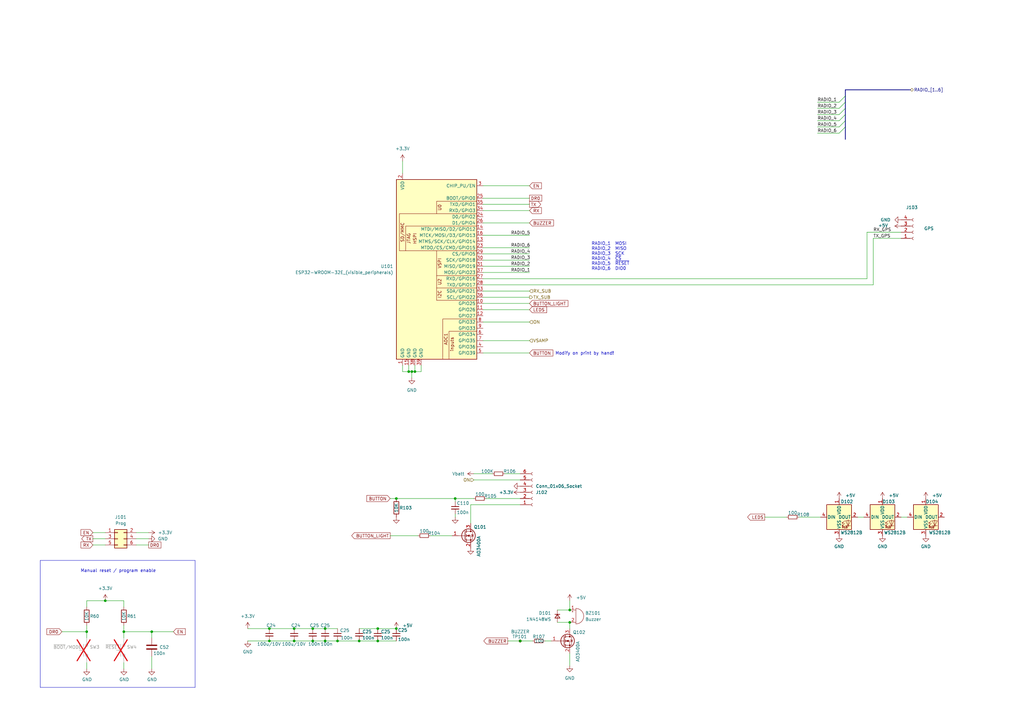
<source format=kicad_sch>
(kicad_sch (version 20250114) (generator "eeschema") (generator_version "9.0")
  (paper "A3")
  (lib_symbols
    (symbol "+28V_1" (power) (pin_numbers (hide yes)) (pin_names (offset 0) (hide yes))
      (property "Value" "+28V" (at 0 3.556 0))
      (symbol "+28V_1_0_1"
        (polyline (pts (xy -0.762 1.27) (xy 0 2.54)))
        (polyline (pts (xy 0 2.54) (xy 0.762 1.27)))
        (polyline (pts (xy 0 0) (xy 0 2.54)))
      )
      (symbol "+28V_1_1_1"
        (pin power_in line (at 0 0 90) (length 0) (name "~") (number "1"))
      )
    )
    (symbol "+3.3V_1" (power) (pin_numbers (hide yes)) (pin_names (offset 0) (hide yes))
      (property "Value" "+3.3V" (at 0 3.556 0))
      (symbol "+3.3V_1_0_1"
        (polyline (pts (xy -0.762 1.27) (xy 0 2.54)))
        (polyline (pts (xy 0 2.54) (xy 0.762 1.27)))
        (polyline (pts (xy 0 0) (xy 0 2.54)))
      )
      (symbol "+3.3V_1_1_1"
        (pin power_in line (at 0 0 90) (length 0) (name "~") (number "1"))
      )
    )
    (symbol "Airsupplies:ESP32-WROOM-32E_(visible_peripherals)"
      (property "Reference" "U" (at -12.7 40.64 0))
      (property "Value" "ESP32-WROOM-32E_(visible_peripherals)" (at -12.7 38.1 0))
      (symbol "ESP32-WROOM-32E_(visible_peripherals)_0_0"
        (text "SD/MMC" (at -13.97 15.24 900) (effects (font (size 1.27 1.27))))
        (text "inputs" (at 6.35 -33.655 900) (effects (font (size 1.27 1.27)) (justify left)))
        (pin no_connect line (at -19.05 3.81 0) (length 2.54) (hide yes) (name "NC") (number "17"))
        (pin no_connect line (at -19.05 1.27 0) (length 2.54) (hide yes) (name "NC") (number "18"))
        (pin no_connect line (at -19.05 -1.27 0) (length 2.54) (hide yes) (name "NC") (number "19"))
        (pin no_connect line (at -19.05 -3.81 0) (length 2.54) (hide yes) (name "NC") (number "20"))
        (pin no_connect line (at -19.05 -6.35 0) (length 2.54) (hide yes) (name "NC") (number "21"))
        (pin no_connect line (at -19.05 -8.89 0) (length 2.54) (hide yes) (name "NC") (number "22"))
        (pin power_in line (at -13.97 39.37 270) (length 2.54) (name "VDD") (number "2"))
        (pin power_in line (at -13.97 -39.37 90) (length 2.54) (name "GND") (number "1"))
        (pin input line (at 19.05 34.29 180) (length 2.54) (name "CHIP_PU/EN") (number "3"))
        (pin bidirectional line (at 19.05 29.21 180) (length 2.54) (name "BOOT/GPIO0") (number "25"))
        (pin bidirectional line (at 19.05 26.67 180) (length 2.54) (name "TXD/GPIO1") (number "35"))
        (pin bidirectional line (at 19.05 24.13 180) (length 2.54) (name "RXD/GPIO3") (number "34"))
        (pin bidirectional line (at 19.05 21.59 180) (length 2.54) (name "D0/GPIO2") (number "24"))
        (pin bidirectional line (at 19.05 19.05 180) (length 2.54) (name "D1/GPIO4") (number "26"))
        (pin bidirectional line (at 19.05 16.51 180) (length 2.54) (name "MTDI/MISO/D2/GPIO12") (number "14"))
        (pin bidirectional line (at 19.05 13.97 180) (length 2.54) (name "MTCK/MOSI/D3/GPIO13") (number "16"))
        (pin bidirectional line (at 19.05 11.43 180) (length 2.54) (name "MTMS/SCK/CLK/GPIO14") (number "13"))
        (pin bidirectional line (at 19.05 8.89 180) (length 2.54) (name "MTDO/CS/CMD/GPIO15") (number "23"))
        (pin bidirectional line (at 19.05 6.35 180) (length 2.54) (name "CS/GPIO5") (number "29"))
        (pin bidirectional line (at 19.05 3.81 180) (length 2.54) (name "SCK/GPIO18") (number "30"))
        (pin bidirectional line (at 19.05 1.27 180) (length 2.54) (name "MISO/GPIO19") (number "31"))
        (pin bidirectional line (at 19.05 -1.27 180) (length 2.54) (name "MOSI/GPIO23") (number "37"))
        (pin bidirectional line (at 19.05 -3.81 180) (length 2.54) (name "RXD/GPIO16") (number "27"))
        (pin bidirectional line (at 19.05 -6.35 180) (length 2.54) (name "TXD/GPIO17") (number "28"))
        (pin bidirectional line (at 19.05 -8.89 180) (length 2.54) (name "SDA/GPIO21") (number "33"))
        (pin bidirectional line (at 19.05 -11.43 180) (length 2.54) (name "SCL/GPIO22") (number "36"))
        (pin bidirectional line (at 19.05 -13.97 180) (length 2.54) (name "GPIO25") (number "10"))
        (pin bidirectional line (at 19.05 -16.51 180) (length 2.54) (name "GPIO26") (number "11"))
        (pin bidirectional line (at 19.05 -19.05 180) (length 2.54) (name "GPIO27") (number "12"))
        (pin bidirectional line (at 19.05 -21.59 180) (length 2.54) (name "GPIO32") (number "8"))
        (pin bidirectional line (at 19.05 -24.13 180) (length 2.54) (name "GPIO33") (number "9"))
        (pin input line (at 19.05 -26.67 180) (length 2.54) (name "GPIO34") (number "6"))
        (pin input line (at 19.05 -29.21 180) (length 2.54) (name "GPIO35") (number "7"))
        (pin input line (at 19.05 -31.75 180) (length 2.54) (name "GPIO36") (number "4"))
        (pin input line (at 19.05 -34.29 180) (length 2.54) (name "GPIO39") (number "5"))
      )
      (symbol "ESP32-WROOM-32E_(visible_peripherals)_0_1"
        (rectangle (start -16.51 36.83) (end 16.51 -36.83) (stroke (width 0.254)) (fill (type background)))
        (polyline (pts (xy 16.51 27.94) (xy 0 27.94) (xy 0 22.86)))
        (polyline (pts (xy 16.51 22.86) (xy -15.24 22.86) (xy -15.24 7.62) (xy 16.51 7.62)))
        (polyline (pts (xy 16.51 17.78) (xy -12.7 17.78) (xy -12.7 7.62)))
        (polyline (pts (xy 16.51 -2.54) (xy 0 -2.54)))
        (polyline (pts (xy 16.51 -7.62) (xy 0 -7.62)))
        (polyline (pts (xy 16.51 -12.7) (xy 0 -12.7) (xy 0 7.62)))
        (polyline (pts (xy 16.51 -20.32) (xy 2.54 -20.32) (xy 2.54 -36.83)))
        (polyline (pts (xy 16.51 -25.4) (xy 5.08 -25.4) (xy 5.08 -36.83)))
      )
      (symbol "ESP32-WROOM-32E_(visible_peripherals)_1_1"
        (text "JTAG" (at -11.43 12.7 900) (effects (font (size 1.27 1.27))))
        (text "HSPI" (at -8.89 12.7 900) (effects (font (size 1.27 1.27))))
        (text "U0" (at 1.27 25.4 900) (effects (font (size 1.27 1.27))))
        (text "VSPI" (at 1.27 2.54 900) (effects (font (size 1.27 1.27))))
        (text "U2" (at 1.27 -5.08 900) (effects (font (size 1.27 1.27))))
        (text "I2C" (at 1.27 -10.16 900) (effects (font (size 1.27 1.27))))
        (text "ADC1" (at 3.81 -28.575 900) (effects (font (size 1.27 1.27))))
        (pin no_connect line (at -19.05 -11.43 0) (length 2.54) (hide yes) (name "NC") (number "32"))
        (pin power_in line (at -11.43 -39.37 90) (length 2.54) (name "GND") (number "15"))
        (pin power_in line (at -8.89 -39.37 90) (length 2.54) (name "GND") (number "38"))
        (pin power_in line (at -6.35 -39.37 90) (length 2.54) (name "GND") (number "39"))
      )
    )
    (symbol "Connector:Conn_01x04_Socket" (pin_names (offset 1.016) (hide yes))
      (property "Reference" "J" (at 0 5.08 0))
      (property "Value" "Conn_01x04_Socket" (at 0 -7.62 0))
      (symbol "Conn_01x04_Socket_1_1"
        (polyline (pts (xy -1.27 2.54) (xy -0.508 2.54)) (stroke (width 0.1524)))
        (polyline (pts (xy -1.27 0) (xy -0.508 0)) (stroke (width 0.1524)))
        (polyline (pts (xy -1.27 -2.54) (xy -0.508 -2.54)) (stroke (width 0.1524)))
        (polyline (pts (xy -1.27 -5.08) (xy -0.508 -5.08)) (stroke (width 0.1524)))
        (arc (start 0 2.032) (mid -0.5058 2.54) (end 0 3.048) (stroke (width 0.1524)))
        (arc (start 0 -0.508) (mid -0.5058 0) (end 0 0.508) (stroke (width 0.1524)))
        (arc (start 0 -3.048) (mid -0.5058 -2.54) (end 0 -2.032) (stroke (width 0.1524)))
        (arc (start 0 -5.588) (mid -0.5058 -5.08) (end 0 -4.572) (stroke (width 0.1524)))
        (pin passive line (at -5.08 2.54 0) (length 3.81) (name "Pin_1") (number "1"))
        (pin passive line (at -5.08 0 0) (length 3.81) (name "Pin_2") (number "2"))
        (pin passive line (at -5.08 -2.54 0) (length 3.81) (name "Pin_3") (number "3"))
        (pin passive line (at -5.08 -5.08 0) (length 3.81) (name "Pin_4") (number "4"))
      )
    )
    (symbol "Connector:Conn_01x06_Socket" (pin_names (offset 1.016) (hide yes))
      (property "Reference" "J" (at 0 7.62 0))
      (property "Value" "Conn_01x06_Socket" (at 0 -10.16 0))
      (symbol "Conn_01x06_Socket_1_1"
        (polyline (pts (xy -1.27 5.08) (xy -0.508 5.08)) (stroke (width 0.1524)))
        (polyline (pts (xy -1.27 2.54) (xy -0.508 2.54)) (stroke (width 0.1524)))
        (polyline (pts (xy -1.27 0) (xy -0.508 0)) (stroke (width 0.1524)))
        (polyline (pts (xy -1.27 -2.54) (xy -0.508 -2.54)) (stroke (width 0.1524)))
        (polyline (pts (xy -1.27 -5.08) (xy -0.508 -5.08)) (stroke (width 0.1524)))
        (polyline (pts (xy -1.27 -7.62) (xy -0.508 -7.62)) (stroke (width 0.1524)))
        (arc (start 0 4.572) (mid -0.5058 5.08) (end 0 5.588) (stroke (width 0.1524)))
        (arc (start 0 2.032) (mid -0.5058 2.54) (end 0 3.048) (stroke (width 0.1524)))
        (arc (start 0 -0.508) (mid -0.5058 0) (end 0 0.508) (stroke (width 0.1524)))
        (arc (start 0 -3.048) (mid -0.5058 -2.54) (end 0 -2.032) (stroke (width 0.1524)))
        (arc (start 0 -5.588) (mid -0.5058 -5.08) (end 0 -4.572) (stroke (width 0.1524)))
        (arc (start 0 -8.128) (mid -0.5058 -7.62) (end 0 -7.112) (stroke (width 0.1524)))
        (pin passive line (at -5.08 5.08 0) (length 3.81) (name "Pin_1") (number "1"))
        (pin passive line (at -5.08 2.54 0) (length 3.81) (name "Pin_2") (number "2"))
        (pin passive line (at -5.08 0 0) (length 3.81) (name "Pin_3") (number "3"))
        (pin passive line (at -5.08 -2.54 0) (length 3.81) (name "Pin_4") (number "4"))
        (pin passive line (at -5.08 -5.08 0) (length 3.81) (name "Pin_5") (number "5"))
        (pin passive line (at -5.08 -7.62 0) (length 3.81) (name "Pin_6") (number "6"))
      )
    )
    (symbol "Connector:TestPoint_Small" (pin_numbers (hide yes)) (pin_names (offset 0.762) (hide yes))
      (property "Reference" "TP" (at 0 3.81 0))
      (property "Value" "TestPoint_Small" (at 0 2.032 0))
      (symbol "TestPoint_Small_0_1"
        (circle (center 0 0) (radius 0.508))
      )
      (symbol "TestPoint_Small_1_1"
        (pin passive line (at 0 0 90) (length 0) (name "1") (number "1"))
      )
    )
    (symbol "Connector_Generic:Conn_02x03_Odd_Even" (pin_names (offset 1.016) (hide yes))
      (property "Reference" "J" (at 1.27 5.08 0))
      (property "Value" "Conn_02x03_Odd_Even" (at 1.27 -5.08 0))
      (symbol "Conn_02x03_Odd_Even_1_1"
        (rectangle (start -1.27 3.81) (end 3.81 -3.81) (stroke (width 0.254)) (fill (type background)))
        (rectangle (start -1.27 2.667) (end 0 2.413) (stroke (width 0.1524)))
        (rectangle (start -1.27 0.127) (end 0 -0.127) (stroke (width 0.1524)))
        (rectangle (start -1.27 -2.413) (end 0 -2.667) (stroke (width 0.1524)))
        (rectangle (start 3.81 2.667) (end 2.54 2.413) (stroke (width 0.1524)))
        (rectangle (start 3.81 0.127) (end 2.54 -0.127) (stroke (width 0.1524)))
        (rectangle (start 3.81 -2.413) (end 2.54 -2.667) (stroke (width 0.1524)))
        (pin passive line (at -5.08 2.54 0) (length 3.81) (name "Pin_1") (number "1"))
        (pin passive line (at -5.08 0 0) (length 3.81) (name "Pin_3") (number "3"))
        (pin passive line (at -5.08 -2.54 0) (length 3.81) (name "Pin_5") (number "5"))
        (pin passive line (at 7.62 2.54 180) (length 3.81) (name "Pin_2") (number "2"))
        (pin passive line (at 7.62 0 180) (length 3.81) (name "Pin_4") (number "4"))
        (pin passive line (at 7.62 -2.54 180) (length 3.81) (name "Pin_6") (number "6"))
      )
    )
    (symbol "Device:Buzzer" (pin_names (offset 0.0254) (hide yes))
      (property "Reference" "BZ" (at 3.81 1.27 0))
      (property "Value" "Buzzer" (at 3.81 -1.27 0))
      (symbol "Buzzer_0_1"
        (polyline (pts (xy -1.651 1.905) (xy -1.143 1.905)))
        (polyline (pts (xy -1.397 2.159) (xy -1.397 1.651)))
        (arc (start 0 3.175) (mid 3.1612 0) (end 0 -3.175))
        (polyline (pts (xy 0 3.175) (xy 0 -3.175)))
      )
      (symbol "Buzzer_1_1"
        (pin passive line (at -2.54 2.54 0) (length 2.54) (name "+") (number "1"))
        (pin passive line (at -2.54 -2.54 0) (length 2.54) (name "-") (number "2"))
      )
    )
    (symbol "Device:C" (pin_numbers (hide yes)) (pin_names (offset 0.254))
      (property "Reference" "C" (at 0.635 2.54 0))
      (property "Value" "C" (at 0.635 -2.54 0))
      (symbol "C_0_1"
        (polyline (pts (xy -2.032 0.762) (xy 2.032 0.762)) (stroke (width 0.508)))
        (polyline (pts (xy -2.032 -0.762) (xy 2.032 -0.762)) (stroke (width 0.508)))
      )
      (symbol "C_1_1"
        (pin passive line (at 0 3.81 270) (length 2.794) (name "~") (number "1"))
        (pin passive line (at 0 -3.81 90) (length 2.794) (name "~") (number "2"))
      )
    )
    (symbol "Device:C_Small" (pin_numbers (hide yes)) (pin_names (offset 0.254) (hide yes))
      (property "Reference" "C" (at 0.254 1.778 0))
      (property "Value" "C_Small" (at 0.254 -2.032 0))
      (symbol "C_Small_0_1"
        (polyline (pts (xy -1.524 0.508) (xy 1.524 0.508)) (stroke (width 0.3048)))
        (polyline (pts (xy -1.524 -0.508) (xy 1.524 -0.508)) (stroke (width 0.3302)))
      )
      (symbol "C_Small_1_1"
        (pin passive line (at 0 2.54 270) (length 2.032) (name "~") (number "1"))
        (pin passive line (at 0 -2.54 90) (length 2.032) (name "~") (number "2"))
      )
    )
    (symbol "Device:D_Small" (pin_numbers (hide yes)) (pin_names (offset 0.254) (hide yes))
      (property "Reference" "D" (at -1.27 2.032 0))
      (property "Value" "D_Small" (at -3.81 -2.032 0))
      (symbol "D_Small_0_1"
        (polyline (pts (xy -0.762 0) (xy 0.762 0)))
        (polyline (pts (xy -0.762 -1.016) (xy -0.762 1.016)) (stroke (width 0.254)))
        (polyline (pts (xy 0.762 -1.016) (xy -0.762 0) (xy 0.762 1.016) (xy 0.762 -1.016)) (stroke (width 0.254)))
      )
      (symbol "D_Small_1_1"
        (pin passive line (at -2.54 0 0) (length 1.778) (name "K") (number "1"))
        (pin passive line (at 2.54 0 180) (length 1.778) (name "A") (number "2"))
      )
    )
    (symbol "Device:R" (pin_numbers (hide yes)) (pin_names (offset 0))
      (property "Reference" "R" (at 2.032 0 90))
      (property "Value" "R" (at 0 0 90))
      (symbol "R_0_1"
        (rectangle (start -1.016 -2.54) (end 1.016 2.54) (stroke (width 0.254)))
      )
      (symbol "R_1_1"
        (pin passive line (at 0 3.81 270) (length 1.27) (name "~") (number "1"))
        (pin passive line (at 0 -3.81 90) (length 1.27) (name "~") (number "2"))
      )
    )
    (symbol "Device:R_Small" (pin_numbers (hide yes)) (pin_names (offset 0.254) (hide yes))
      (property "Reference" "R" (at 0.762 0.508 0))
      (property "Value" "R_Small" (at 0.762 -1.016 0))
      (symbol "R_Small_0_1"
        (rectangle (start -0.762 1.778) (end 0.762 -1.778) (stroke (width 0.2032)))
      )
      (symbol "R_Small_1_1"
        (pin passive line (at 0 2.54 270) (length 0.762) (name "~") (number "1"))
        (pin passive line (at 0 -2.54 90) (length 0.762) (name "~") (number "2"))
      )
    )
    (symbol "LED:WS2812B" (pin_names (offset 0.254))
      (property "Reference" "D" (at 5.08 5.715 0))
      (property "Value" "WS2812B" (at 1.27 -5.715 0))
      (symbol "WS2812B_0_0"
        (text "RGB" (at 2.286 -4.191 0) (effects (font (size 0.762 0.762))))
      )
      (symbol "WS2812B_0_1"
        (polyline (pts (xy 1.27 -2.54) (xy 1.778 -2.54)))
        (polyline (pts (xy 1.27 -3.556) (xy 1.778 -3.556)))
        (polyline (pts (xy 2.286 -1.524) (xy 1.27 -2.54) (xy 1.27 -2.032)))
        (polyline (pts (xy 2.286 -2.54) (xy 1.27 -3.556) (xy 1.27 -3.048)))
        (polyline (pts (xy 3.683 -1.016) (xy 3.683 -3.556) (xy 3.683 -4.064)))
        (polyline (pts (xy 4.699 -1.524) (xy 2.667 -1.524) (xy 3.683 -3.556) (xy 4.699 -1.524)))
        (polyline (pts (xy 4.699 -3.556) (xy 2.667 -3.556)))
        (rectangle (start 5.08 5.08) (end -5.08 -5.08) (stroke (width 0.254)) (fill (type background)))
      )
      (symbol "WS2812B_1_1"
        (pin input line (at -7.62 0 0) (length 2.54) (name "DIN") (number "4"))
        (pin power_in line (at 0 7.62 270) (length 2.54) (name "VDD") (number "1"))
        (pin power_in line (at 0 -7.62 90) (length 2.54) (name "VSS") (number "3"))
        (pin output line (at 7.62 0 180) (length 2.54) (name "DOUT") (number "2"))
      )
    )
    (symbol "Switch:SW_Push" (pin_numbers (hide yes)) (pin_names (offset 1.016) (hide yes))
      (property "Reference" "SW" (at 1.27 2.54 0))
      (property "Value" "SW_Push" (at 0 -1.524 0))
      (symbol "SW_Push_0_1"
        (circle (center -2.032 0) (radius 0.508))
        (polyline (pts (xy 0 1.27) (xy 0 3.048)))
        (circle (center 2.032 0) (radius 0.508))
        (polyline (pts (xy 2.54 1.27) (xy -2.54 1.27)))
        (pin passive line (at -5.08 0 0) (length 2.54) (name "1") (number "1"))
        (pin passive line (at 5.08 0 180) (length 2.54) (name "2") (number "2"))
      )
    )
    (symbol "Transistor_FET:2N7002" (pin_names (hide yes))
      (property "Reference" "Q" (at 5.08 1.905 0))
      (property "Value" "2N7002" (at 5.08 0 0))
      (symbol "2N7002_0_1"
        (polyline (pts (xy 0.254 1.905) (xy 0.254 -1.905)) (stroke (width 0.254)))
        (polyline (pts (xy 0.254 0) (xy -2.54 0)))
        (polyline (pts (xy 0.762 2.286) (xy 0.762 1.27)) (stroke (width 0.254)))
        (polyline (pts (xy 0.762 0.508) (xy 0.762 -0.508)) (stroke (width 0.254)))
        (polyline (pts (xy 0.762 -1.27) (xy 0.762 -2.286)) (stroke (width 0.254)))
        (polyline (pts (xy 0.762 -1.778) (xy 3.302 -1.778) (xy 3.302 1.778) (xy 0.762 1.778)))
        (polyline (pts (xy 1.016 0) (xy 2.032 0.381) (xy 2.032 -0.381) (xy 1.016 0)) (fill (type outline)))
        (circle (center 1.651 0) (radius 2.794) (stroke (width 0.254)))
        (polyline (pts (xy 2.54 2.54) (xy 2.54 1.778)))
        (circle (center 2.54 1.778) (radius 0.254) (fill (type outline)))
        (circle (center 2.54 -1.778) (radius 0.254) (fill (type outline)))
        (polyline (pts (xy 2.54 -2.54) (xy 2.54 0) (xy 0.762 0)))
        (polyline (pts (xy 2.794 0.508) (xy 2.921 0.381) (xy 3.683 0.381) (xy 3.81 0.254)))
        (polyline (pts (xy 3.302 0.381) (xy 2.921 -0.254) (xy 3.683 -0.254) (xy 3.302 0.381)))
      )
      (symbol "2N7002_1_1"
        (pin input line (at -5.08 0 0) (length 2.54) (name "G") (number "1"))
        (pin passive line (at 2.54 5.08 270) (length 2.54) (name "D") (number "3"))
        (pin passive line (at 2.54 -5.08 90) (length 2.54) (name "S") (number "2"))
      )
    )
    (symbol "power:+3.3V" (power) (pin_names (offset 0))
      (property "Value" "+3.3V" (at 0 3.556 0))
      (symbol "+3.3V_0_1"
        (polyline (pts (xy -0.762 1.27) (xy 0 2.54)))
        (polyline (pts (xy 0 2.54) (xy 0.762 1.27)))
        (polyline (pts (xy 0 0) (xy 0 2.54)))
      )
      (symbol "+3.3V_1_1"
        (pin power_in line (at 0 0 90) (length 0) (hide yes) (name "+3.3V") (number "1"))
      )
    )
    (symbol "power:+5V" (power) (pin_names (offset 0))
      (property "Value" "+5V" (at 0 3.556 0))
      (symbol "+5V_0_1"
        (polyline (pts (xy -0.762 1.27) (xy 0 2.54)))
        (polyline (pts (xy 0 2.54) (xy 0.762 1.27)))
        (polyline (pts (xy 0 0) (xy 0 2.54)))
      )
      (symbol "+5V_1_1"
        (pin power_in line (at 0 0 90) (length 0) (hide yes) (name "+5V") (number "1"))
      )
    )
    (symbol "power:GND" (power) (pin_names (offset 0))
      (property "Value" "GND" (at 0 -3.81 0))
      (symbol "GND_0_1"
        (polyline (pts (xy 0 0) (xy 0 -1.27) (xy 1.27 -1.27) (xy 0 -2.54) (xy -1.27 -1.27) (xy 0 -1.27)))
      )
      (symbol "GND_1_1"
        (pin power_in line (at 0 0 270) (length 0) (hide yes) (name "GND") (number "1"))
      )
    )
  )
  (text "Modify on print by hand!" (at 239.776 145.034 0) (effects (font (size 1.27 1.27))))
  (text "RADIO_1  MOSI\nRADIO_2  MISO\nRADIO_3  SCK\nRADIO_4  ~{CS}\nRADIO_5  ~{RESET}\nRADIO_6  DIO0" (at 242.57 110.998 0) (effects (font (size 1.27 1.27)) (justify left bottom)))
  (text "Manual reset / program enable" (at 33.02 234.95 0) (effects (font (size 1.27 1.27)) (justify left bottom)))
  (junction (at 35.56 259.08))
  (junction (at 128.27 262.89))
  (junction (at 128.27 257.81))
  (junction (at 50.8 259.08))
  (junction (at 186.69 204.47))
  (junction (at 154.94 257.81))
  (junction (at 154.94 262.89))
  (junction (at 120.65 262.89))
  (junction (at 167.64 152.4))
  (junction (at 162.56 204.47))
  (junction (at 110.49 262.89))
  (junction (at 43.18 246.38))
  (junction (at 213.36 262.89))
  (junction (at 133.35 257.81))
  (junction (at 133.35 262.89))
  (junction (at 138.43 262.89))
  (junction (at 170.18 152.4))
  (junction (at 162.56 257.81))
  (junction (at 62.23 259.08))
  (junction (at 233.68 250.19))
  (junction (at 120.65 257.81))
  (junction (at 147.32 262.89))
  (junction (at 233.68 255.27))
  (junction (at 110.49 257.81))
  (junction (at 168.91 152.4))
  (bus_entry (at 346.71 46.99) (size -2.54 2.54))
  (bus_entry (at 346.71 49.53) (size -2.54 2.54))
  (bus_entry (at 346.71 44.45) (size -2.54 2.54))
  (bus_entry (at 346.71 41.91) (size -2.54 2.54))
  (bus_entry (at 346.71 52.07) (size -2.54 2.54))
  (bus_entry (at 346.71 39.37) (size -2.54 2.54))
  (wire (pts (xy 110.49 257.81) (xy 120.65 257.81)))
  (wire (pts (xy 198.12 91.44) (xy 217.17 91.44)))
  (wire (pts (xy 198.12 104.14) (xy 217.17 104.14)))
  (wire (pts (xy 160.02 219.71) (xy 171.45 219.71)))
  (bus (pts (xy 346.71 46.99) (xy 346.71 49.53)))
  (wire (pts (xy 194.31 196.85) (xy 213.36 196.85)))
  (wire (pts (xy 198.12 109.22) (xy 217.17 109.22)))
  (wire (pts (xy 358.14 97.79) (xy 358.14 116.84)))
  (wire (pts (xy 168.91 152.4) (xy 168.91 154.94)))
  (wire (pts (xy 313.69 212.09) (xy 322.58 212.09)))
  (wire (pts (xy 335.28 49.53) (xy 344.17 49.53)))
  (wire (pts (xy 60.96 218.44) (xy 55.88 218.44)))
  (wire (pts (xy 120.65 262.89) (xy 128.27 262.89)))
  (wire (pts (xy 168.91 152.4) (xy 170.18 152.4)))
  (polyline (pts (xy 16.51 229.87) (xy 80.01 229.87)))
  (wire (pts (xy 186.69 204.47) (xy 194.31 204.47)))
  (wire (pts (xy 198.12 114.3) (xy 355.6 114.3)))
  (wire (pts (xy 60.96 220.98) (xy 55.88 220.98)))
  (wire (pts (xy 133.35 262.89) (xy 138.43 262.89)))
  (wire (pts (xy 170.18 152.4) (xy 172.72 152.4)))
  (wire (pts (xy 351.79 212.09) (xy 354.33 212.09)))
  (wire (pts (xy 335.28 41.91) (xy 344.17 41.91)))
  (wire (pts (xy 35.56 246.38) (xy 43.18 246.38)))
  (wire (pts (xy 50.8 256.54) (xy 50.8 259.08)))
  (wire (pts (xy 165.1 66.04) (xy 165.1 71.12)))
  (wire (pts (xy 198.12 144.78) (xy 217.17 144.78)))
  (wire (pts (xy 198.12 81.28) (xy 217.17 81.28)))
  (wire (pts (xy 50.8 259.08) (xy 62.23 259.08)))
  (wire (pts (xy 198.12 106.68) (xy 217.17 106.68)))
  (wire (pts (xy 217.17 139.7) (xy 198.12 139.7)))
  (wire (pts (xy 133.35 257.81) (xy 138.43 257.81)))
  (wire (pts (xy 186.69 210.82) (xy 186.69 212.09)))
  (wire (pts (xy 43.18 246.38) (xy 50.8 246.38)))
  (wire (pts (xy 207.01 194.31) (xy 213.36 194.31)))
  (wire (pts (xy 186.69 204.47) (xy 186.69 205.74)))
  (wire (pts (xy 198.12 101.6) (xy 217.17 101.6)))
  (wire (pts (xy 223.52 262.89) (xy 226.06 262.89)))
  (wire (pts (xy 35.56 259.08) (xy 35.56 261.62)))
  (wire (pts (xy 165.1 152.4) (xy 165.1 149.86)))
  (wire (pts (xy 154.94 257.81) (xy 162.56 257.81)))
  (wire (pts (xy 198.12 96.52) (xy 217.17 96.52)))
  (wire (pts (xy 101.6 257.81) (xy 110.49 257.81)))
  (wire (pts (xy 128.27 257.81) (xy 133.35 257.81)))
  (wire (pts (xy 50.8 261.62) (xy 50.8 259.08)))
  (wire (pts (xy 35.56 246.38) (xy 35.56 248.92)))
  (wire (pts (xy 35.56 274.32) (xy 35.56 271.78)))
  (wire (pts (xy 355.6 95.25) (xy 369.57 95.25)))
  (wire (pts (xy 199.39 204.47) (xy 213.36 204.47)))
  (wire (pts (xy 198.12 124.46) (xy 217.17 124.46)))
  (wire (pts (xy 101.6 262.89) (xy 110.49 262.89)))
  (wire (pts (xy 35.56 259.08) (xy 25.4 259.08)))
  (wire (pts (xy 62.23 259.08) (xy 62.23 261.62)))
  (wire (pts (xy 60.96 223.52) (xy 55.88 223.52)))
  (wire (pts (xy 170.18 152.4) (xy 170.18 149.86)))
  (wire (pts (xy 110.49 262.89) (xy 120.65 262.89)))
  (wire (pts (xy 208.28 262.89) (xy 213.36 262.89)))
  (wire (pts (xy 160.02 204.47) (xy 162.56 204.47)))
  (wire (pts (xy 128.27 262.89) (xy 133.35 262.89)))
  (wire (pts (xy 38.1 220.98) (xy 43.18 220.98)))
  (wire (pts (xy 50.8 246.38) (xy 50.8 248.92)))
  (wire (pts (xy 147.32 262.89) (xy 154.94 262.89)))
  (polyline (pts (xy 80.01 281.94) (xy 16.51 281.94)))
  (wire (pts (xy 369.57 212.09) (xy 372.11 212.09)))
  (wire (pts (xy 198.12 127) (xy 217.17 127)))
  (bus (pts (xy 373.38 36.83) (xy 346.71 36.83)))
  (bus (pts (xy 346.71 52.07) (xy 346.71 57.15)))
  (wire (pts (xy 165.1 152.4) (xy 167.64 152.4)))
  (wire (pts (xy 358.14 97.79) (xy 369.57 97.79)))
  (polyline (pts (xy 16.51 281.94) (xy 16.51 229.87)))
  (wire (pts (xy 233.68 255.27) (xy 233.68 257.81)))
  (wire (pts (xy 233.68 273.05) (xy 233.68 267.97)))
  (wire (pts (xy 167.64 152.4) (xy 168.91 152.4)))
  (wire (pts (xy 327.66 212.09) (xy 336.55 212.09)))
  (wire (pts (xy 213.36 262.89) (xy 218.44 262.89)))
  (wire (pts (xy 35.56 256.54) (xy 35.56 259.08)))
  (wire (pts (xy 198.12 132.08) (xy 217.17 132.08)))
  (wire (pts (xy 193.04 207.01) (xy 213.36 207.01)))
  (wire (pts (xy 228.6 250.19) (xy 233.68 250.19)))
  (wire (pts (xy 335.28 46.99) (xy 344.17 46.99)))
  (wire (pts (xy 198.12 111.76) (xy 217.17 111.76)))
  (wire (pts (xy 355.6 95.25) (xy 355.6 114.3)))
  (bus (pts (xy 346.71 36.83) (xy 346.71 39.37)))
  (wire (pts (xy 147.32 257.81) (xy 154.94 257.81)))
  (wire (pts (xy 62.23 269.24) (xy 62.23 274.32)))
  (polyline (pts (xy 80.01 229.87) (xy 80.01 281.94)))
  (wire (pts (xy 154.94 262.89) (xy 162.56 262.89)))
  (wire (pts (xy 194.31 194.31) (xy 201.93 194.31)))
  (wire (pts (xy 62.23 259.08) (xy 71.12 259.08)))
  (wire (pts (xy 162.56 204.47) (xy 186.69 204.47)))
  (wire (pts (xy 198.12 121.92) (xy 217.17 121.92)))
  (bus (pts (xy 346.71 41.91) (xy 346.71 44.45)))
  (wire (pts (xy 198.12 116.84) (xy 358.14 116.84)))
  (wire (pts (xy 50.8 274.32) (xy 50.8 271.78)))
  (wire (pts (xy 217.17 86.36) (xy 198.12 86.36)))
  (wire (pts (xy 335.28 52.07) (xy 344.17 52.07)))
  (wire (pts (xy 138.43 262.89) (xy 147.32 262.89)))
  (wire (pts (xy 217.17 83.82) (xy 198.12 83.82)))
  (wire (pts (xy 233.68 246.38) (xy 233.68 250.19)))
  (wire (pts (xy 217.17 76.2) (xy 198.12 76.2)))
  (wire (pts (xy 335.28 54.61) (xy 344.17 54.61)))
  (wire (pts (xy 38.1 223.52) (xy 43.18 223.52)))
  (wire (pts (xy 172.72 149.86) (xy 172.72 152.4)))
  (wire (pts (xy 198.12 119.38) (xy 217.17 119.38)))
  (wire (pts (xy 167.64 149.86) (xy 167.64 152.4)))
  (wire (pts (xy 176.53 219.71) (xy 185.42 219.71)))
  (wire (pts (xy 38.1 218.44) (xy 43.18 218.44)))
  (wire (pts (xy 335.28 44.45) (xy 344.17 44.45)))
  (wire (pts (xy 120.65 257.81) (xy 128.27 257.81)))
  (wire (pts (xy 228.6 255.27) (xy 233.68 255.27)))
  (bus (pts (xy 346.71 49.53) (xy 346.71 52.07)))
  (bus (pts (xy 346.71 39.37) (xy 346.71 41.91)))
  (bus (pts (xy 346.71 44.45) (xy 346.71 46.99)))
  (wire (pts (xy 193.04 214.63) (xy 193.04 207.01)))
  (label "RADIO_2" (at 209.55 109.22 0))
  (label "RADIO_3" (at 335.28 46.99 0))
  (label "RX_GPS" (at 358.14 95.25 0))
  (label "RADIO_4" (at 209.55 104.14 0))
  (label "RADIO_5" (at 335.28 52.07 0))
  (label "RADIO_5" (at 209.55 96.52 0))
  (label "RADIO_1" (at 209.55 111.76 0))
  (label "RADIO_2" (at 335.28 44.45 0))
  (label "RADIO_3" (at 209.55 106.68 0))
  (label "TX_GPS" (at 358.14 97.79 0))
  (label "RADIO_4" (at 335.28 49.53 0))
  (label "RADIO_6" (at 335.28 54.61 0))
  (label "RADIO_6" (at 209.55 101.6 0))
  (label "RADIO_1" (at 335.28 41.91 0))
  (global_label "BUZZER" (shape output) (at 208.28 262.89 180) (property "Intersheetrefs" "${INTERSHEET_REFS}" (effects (hide yes))))
  (global_label "BUTTON" (shape input) (at 160.02 204.47 180) (property "Intersheetrefs" "${INTERSHEET_REFS}" (effects (hide yes))))
  (global_label "BUTTON_LIGHT" (shape output) (at 160.02 219.71 180) (property "Intersheetrefs" "${INTERSHEET_REFS}" (effects (hide yes))))
  (global_label "DR0" (shape input) (at 25.4 259.08 180) (property "Intersheetrefs" "${INTERSHEET_REFS}" (effects (hide yes))))
  (global_label "EN" (shape input) (at 71.12 259.08 0) (property "Intersheetrefs" "${INTERSHEET_REFS}" (effects (hide yes))))
  (global_label "TX" (shape output) (at 217.17 83.82 0) (property "Intersheetrefs" "${INTERSHEET_REFS}" (effects (hide yes))))
  (global_label "EN" (shape input) (at 38.1 218.44 180) (property "Intersheetrefs" "${INTERSHEET_REFS}" (effects (hide yes))))
  (global_label "DR0" (shape passive) (at 60.96 223.52 0) (property "Intersheetrefs" "${INTERSHEET_REFS}" (effects (hide yes))))
  (global_label "EN" (shape input) (at 217.17 76.2 0) (property "Intersheetrefs" "${INTERSHEET_REFS}" (effects (hide yes))))
  (global_label "BUZZER" (shape input) (at 217.17 91.44 0) (property "Intersheetrefs" "${INTERSHEET_REFS}" (effects (hide yes))))
  (global_label "BUTTON" (shape input) (at 217.17 144.78 0) (property "Intersheetrefs" "${INTERSHEET_REFS}" (effects (hide yes))))
  (global_label "BUTTON_LIGHT" (shape input) (at 217.17 124.46 0) (property "Intersheetrefs" "${INTERSHEET_REFS}" (effects (hide yes))))
  (global_label "RX" (shape input) (at 38.1 223.52 180) (property "Intersheetrefs" "${INTERSHEET_REFS}" (effects (hide yes))))
  (global_label "TX" (shape output) (at 38.1 220.98 180) (property "Intersheetrefs" "${INTERSHEET_REFS}" (effects (hide yes))))
  (global_label "LEDS" (shape output) (at 313.69 212.09 180) (property "Intersheetrefs" "${INTERSHEET_REFS}" (effects (hide yes))))
  (global_label "RX" (shape input) (at 217.17 86.36 0) (property "Intersheetrefs" "${INTERSHEET_REFS}" (effects (hide yes))))
  (global_label "DR0" (shape passive) (at 217.17 81.28 0) (property "Intersheetrefs" "${INTERSHEET_REFS}" (effects (hide yes))))
  (global_label "LEDS" (shape input) (at 217.17 127 0) (property "Intersheetrefs" "${INTERSHEET_REFS}" (effects (hide yes))))
  (hierarchical_label "RX_SUB" (shape input) (at 217.17 119.38 0))
  (hierarchical_label "VSAMP" (shape input) (at 217.17 139.7 0))
  (hierarchical_label "ON" (shape input) (at 194.31 196.85 180))
  (hierarchical_label "ON" (shape input) (at 217.17 132.08 0))
  (hierarchical_label "RADIO_[1..6]" (shape bidirectional) (at 373.38 36.83 0))
  (hierarchical_label "TX_SUB" (shape output) (at 217.17 121.92 0))
  (symbol (lib_id "power:GND") (at 369.57 90.17 270) (mirror x) (unit 1)
    (property "Reference" "#PWR0123" (effects (hide yes)))
    (property "Value" "GND" (at 365.252 90.17 90) (effects (justify right)))
  )
  (symbol (lib_id "power:+3.3V") (at 43.18 246.38 0) (unit 1)
    (property "Reference" "#PWR0102" (effects (hide yes)))
    (property "Value" "+3.3V" (at 43.18 241.3 0))
  )
  (symbol (lib_id "Device:C_Small") (at 120.65 260.35 0) (unit 1)
    (property "Reference" "C103" (at 119.38 256.54 0) (effects (justify left)))
    (property "Value" "100u/10V" (at 115.57 264.16 0) (effects (justify left)))
    (property "Footprint" "Capacitor_SMD:C_1210_3225Metric" (effects (hide yes)))
    (property "LCSC" "C23742" (effects (hide yes)))
    (instances (project "NIKOLA-02-E-001_PCAScannerController_R1" (path "" (reference "C24") (unit 1))) (project "Robobuoy-Top-V2_0" (path "" (reference "C103") (unit 1))))
  )
  (symbol (lib_id "Device:R_Small") (at 196.85 204.47 90) (mirror x) (unit 1)
    (property "Reference" "R105" (at 201.168 203.454 90))
    (property "Value" "100" (at 196.85 202.692 90))
    (property "Footprint" "A_Device:R_0603" (effects (hide yes)))
    (property "LCSC" "C22775" (effects (hide yes)))
  )
  (symbol (lib_id "power:GND") (at 50.8 274.32 0) (unit 1)
    (property "Reference" "#PWR0103" (effects (hide yes)))
    (property "Value" "GND" (at 50.927 278.7142 0))
    (instances (project "Smartbox4.0_V1.3" (path "" (reference "#PWR0123") (unit 1))) (project "Robobuoy-Top-V2_0" (path "" (reference "#PWR0103") (unit 1))))
  )
  (symbol (lib_id "power:GND") (at 361.95 219.71 0) (unit 1)
    (property "Reference" "#PWR0122" (effects (hide yes)))
    (property "Value" "GND" (at 361.95 224.155 0))
  )
  (symbol (lib_id "Switch:SW_Push") (at 50.8 266.7 90) (unit 1) (dnp yes)
    (property "Reference" "SW102" (at 52.0192 265.3792 90) (effects (justify right)))
    (property "Value" "~{RESET}" (at 43.18 265.43 90) (effects (justify right)))
    (property "Footprint" "Connector_PinHeader_2.54mm:PinHeader_1x02_P2.54mm_Vertical" (effects (hide yes)))
    (property "Farnell" "-" (effects (hide yes)))
    (instances (project "Smartbox4.0_V1.3" (path "" (reference "SW4") (unit 1))) (project "Robobuoy-Top-V2_0" (path "" (reference "SW102") (unit 1))))
  )
  (symbol (lib_id "Connector:TestPoint_Small") (at 213.36 262.89 0) (unit 1) (in_bom no)
    (property "Reference" "TP101" (at 210.058 261.112 0) (effects (justify left)))
    (property "Value" "BUZZER" (at 209.55 259.08 0) (effects (justify left)))
    (property "Footprint" "A_Pads_Pins:Testpad_1" (effects (hide yes)))
    (property "Description" "test point" (effects (hide yes)))
  )
  (symbol (lib_id "Device:R_Small") (at 173.99 219.71 90) (mirror x) (unit 1)
    (property "Reference" "R104" (at 178.054 218.694 90))
    (property "Value" "100" (at 173.99 217.805 90))
    (property "Footprint" "A_Device:R_0603" (effects (hide yes)))
    (property "LCSC" "C22775" (effects (hide yes)))
  )
  (symbol (lib_id "Device:C_Small") (at 162.56 260.35 0) (unit 1)
    (property "Reference" "C109" (at 163.195 258.445 0) (effects (justify left)))
    (property "Value" "100n" (at 163.195 262.255 0) (effects (justify left)))
    (property "Footprint" "A_Device:C_0603" (effects (hide yes)))
    (property "LCSC" "C14663" (effects (hide yes)))
    (instances (project "NIKOLA-02-E-001_PCAScannerController_R1" (path "" (reference "C25") (unit 1))) (project "Robobuoy-Top-V2_0" (path "" (reference "C109") (unit 1))))
  )
  (symbol (lib_id "Device:R") (at 50.8 252.73 0) (unit 1)
    (property "Reference" "R102" (at 52.07 252.73 0) (effects (justify left)))
    (property "Value" "10K" (at 50.8 252.73 90))
    (property "Footprint" "A_Device:R_0603" (effects (hide yes)))
    (property "Farnell" "2331736" (effects (hide yes)))
    (property "MF" "TE CONNECTIVITY" (effects (hide yes)))
    (property "MFN" "CRGH0603F10K" (effects (hide yes)))
    (property "LCSC" "C25804" (effects (hide yes)))
    (instances (project "Smartbox4.0_V1.3" (path "" (reference "R61") (unit 1))) (project "Robobuoy-Top-V2_0" (path "" (reference "R102") (unit 1))))
  )
  (symbol (lib_id "Transistor_FET:2N7002") (at 231.14 262.89 0) (unit 1)
    (property "Reference" "Q102" (at 234.95 259.334 0) (effects (justify left)))
    (property "Value" "AO3400A" (at 236.982 271.526 90) (effects (justify left)))
    (property "Footprint" "Package_TO_SOT_SMD:SOT-23" (effects (hide yes)))
    (property "Datasheet" "https://wmsc.lcsc.com/wmsc/upload/file/pdf/v2/lcsc/1811081213_Alpha---Omega-Semicon-AO3400A_C20917.pdf" (effects (hide yes)))
    (property "Description" "5.7A Id, 30V Vds, N-Channel MOSFET, SOT-23" (effects (hide yes)))
    (property "LCSC" "C20917" (effects (hide yes)))
  )
  (symbol (lib_id "Device:C_Small") (at 110.49 260.35 0) (unit 1)
    (property "Reference" "C102" (at 109.22 256.54 0) (effects (justify left)))
    (property "Value" "100u/10V" (at 105.41 264.16 0) (effects (justify left)))
    (property "Footprint" "Capacitor_SMD:C_1210_3225Metric" (effects (hide yes)))
    (property "LCSC" "C23742" (effects (hide yes)))
    (instances (project "NIKOLA-02-E-001_PCAScannerController_R1" (path "" (reference "C24") (unit 1))) (project "Robobuoy-Top-V2_0" (path "" (reference "C102") (unit 1))))
  )
  (symbol (lib_id "power:GND") (at 35.56 274.32 0) (unit 1)
    (property "Reference" "#PWR0101" (effects (hide yes)))
    (property "Value" "GND" (at 35.687 278.7142 0))
    (instances (project "Smartbox4.0_V1.3" (path "" (reference "#PWR081") (unit 1))) (project "Robobuoy-Top-V2_0" (path "" (reference "#PWR0101") (unit 1))))
  )
  (symbol (lib_id "Device:R") (at 162.56 208.28 0) (unit 1)
    (property "Reference" "R103" (at 163.83 208.28 0) (effects (justify left)))
    (property "Value" "10K" (at 162.56 208.28 90))
    (property "Footprint" "A_Device:R_0603" (effects (hide yes)))
    (property "Farnell" "2331736" (effects (hide yes)))
    (property "MF" "TE CONNECTIVITY" (effects (hide yes)))
    (property "MFN" "CRGH0603F10K" (effects (hide yes)))
    (property "LCSC" "C25804" (effects (hide yes)))
  )
  (symbol (lib_id "power:GND") (at 162.56 212.09 0) (mirror y) (unit 1)
    (property "Reference" "#PWR0109" (effects (hide yes)))
    (property "Value" "GND" (effects (hide yes)))
  )
  (symbol (lib_id "Connector:Conn_01x06_Socket") (at 218.44 201.93 0) (mirror x) (unit 1)
    (property "Reference" "J102" (at 219.71 201.9301 0) (effects (justify left)))
    (property "Value" "Conn_01x06_Socket" (at 219.71 199.3901 0) (effects (justify left)))
    (property "Footprint" "Connector_JST:JST_XH_B6B-XH-A_1x06_P2.50mm_Vertical" (effects (hide yes)))
    (property "Description" "Generic connector, single row, 01x06, script generated" (effects (hide yes)))
    (property "LCSC" "C5341205" (effects (hide yes)))
  )
  (symbol (lib_id "Device:C_Small") (at 133.35 260.35 0) (unit 1)
    (property "Reference" "C105" (at 131.445 256.54 0) (effects (justify left)))
    (property "Value" "100n" (at 131.445 264.16 0) (effects (justify left)))
    (property "Footprint" "A_Device:C_0603" (effects (hide yes)))
    (property "LCSC" "C14663" (effects (hide yes)))
    (instances (project "NIKOLA-02-E-001_PCAScannerController_R1" (path "" (reference "C25") (unit 1))) (project "Robobuoy-Top-V2_0" (path "" (reference "C105") (unit 1))))
  )
  (symbol (lib_id "power:GND") (at 379.73 219.71 0) (unit 1)
    (property "Reference" "#PWR0126" (effects (hide yes)))
    (property "Value" "GND" (at 379.73 224.155 0))
  )
  (symbol (lib_id "Device:R_Small") (at 325.12 212.09 90) (mirror x) (unit 1)
    (property "Reference" "R108" (at 329.438 211.074 90))
    (property "Value" "100" (at 325.12 210.312 90))
    (property "Footprint" "A_Device:R_0603" (effects (hide yes)))
    (property "LCSC" "C22775" (effects (hide yes)))
  )
  (symbol (lib_id "power:+3.3V") (at 60.96 218.44 270) (unit 1)
    (property "Reference" "#PWR0104" (effects (hide yes)))
    (property "Value" "+3.3V" (at 64.77 218.4399 90) (effects (justify left)))
  )
  (symbol (lib_id "Device:Buzzer") (at 236.22 252.73 0) (unit 1)
    (property "Reference" "BZ101" (at 240.03 251.4599 0) (effects (justify left)))
    (property "Value" "Buzzer" (at 240.03 253.9999 0) (effects (justify left)))
    (property "Footprint" "A_Misc:Buzzer-12x6.5x5.2" (effects (hide yes)))
    (property "Description" "Buzzer, polarized" (effects (hide yes)))
    (property "LCSC" "C968749" (effects (hide yes)))
  )
  (symbol (lib_id "LED:WS2812B") (at 344.17 212.09 0) (unit 1)
    (property "Reference" "D102" (at 347.345 205.74 0))
    (property "Value" "WS2812B" (at 349.25 218.44 0))
    (property "Footprint" "LED_SMD:LED_WS2812B_PLCC4_5.0x5.0mm_P3.2mm" (effects (hide yes)))
    (property "Datasheet" "https://cdn-shop.adafruit.com/datasheets/WS2812B.pdf" (effects (hide yes)))
    (property "LCSC" "C2843785" (effects (hide yes)))
  )
  (symbol (lib_id "power:GND") (at 193.04 224.79 0) (mirror y) (unit 1)
    (property "Reference" "#PWR0113" (effects (hide yes)))
    (property "Value" "GND" (effects (hide yes)))
  )
  (symbol (lib_id "power:+3.3V") (at 369.57 92.71 90) (unit 1)
    (property "Reference" "#PWR0124" (effects (hide yes)))
    (property "Value" "+5V" (at 362.204 92.456 90))
  )
  (symbol (lib_id "power:+5V") (at 162.56 257.81 0) (mirror y) (unit 1)
    (property "Reference" "#PWR0127" (effects (hide yes)))
    (property "Value" "+5V" (at 165.1 256.5399 0) (effects (justify right)))
  )
  (symbol (lib_id "Airsupplies:ESP32-WROOM-32E_(visible_peripherals)") (at 179.07 110.49 0) (unit 1)
    (property "Reference" "U101" (at 161.29 109.22 0) (effects (justify right)))
    (property "Value" "ESP32-WROOM-32E_(visible_peripherals)" (at 161.29 111.76 0) (effects (justify right)))
    (property "Footprint" "A_Module:ESP32-WROOM-32" (effects (hide yes)))
    (property "LCSC" "C82899" (effects (hide yes)))
  )
  (symbol (lib_id "Device:R_Small") (at 204.47 194.31 90) (mirror x) (unit 1)
    (property "Reference" "R106" (at 211.582 193.294 90) (effects (justify left)))
    (property "Value" "100K" (at 202.438 193.294 90) (effects (justify left)))
    (property "Footprint" "A_Device:R_0603" (effects (hide yes)))
    (property "Description" "Resistor, small symbol" (effects (hide yes)))
    (property "LCSC" "C25804" (effects (hide yes)))
  )
  (symbol (lib_id "power:+3.3V") (at 101.6 257.81 0) (unit 1)
    (property "Reference" "#PWR0107" (effects (hide yes)))
    (property "Value" "+3.3V" (at 101.6 252.73 0))
  )
  (symbol (lib_id "power:+5V") (at 361.95 204.47 0) (mirror y) (unit 1)
    (property "Reference" "#PWR0121" (effects (hide yes)))
    (property "Value" "+5V" (at 364.49 203.1999 0) (effects (justify right)))
  )
  (symbol (lib_id "power:GND") (at 186.69 212.09 0) (mirror y) (unit 1)
    (property "Reference" "#PWR0112" (effects (hide yes)))
    (property "Value" "GND" (effects (hide yes)))
  )
  (symbol (lib_id "Device:C") (at 62.23 265.43 0) (unit 1)
    (property "Reference" "C101" (at 65.405 265.43 0) (effects (justify left)))
    (property "Value" "100n" (at 62.865 267.97 0) (effects (justify left)))
    (property "Footprint" "A_Device:C_0603" (effects (hide yes)))
    (property "LCSC" "C14663" (effects (hide yes)))
    (instances (project "Smartbox4.0_V1.3" (path "" (reference "C52") (unit 1))) (project "Robobuoy-Top-V2_0" (path "" (reference "C101") (unit 1))))
  )
  (symbol (lib_id "power:+5V") (at 344.17 204.47 0) (mirror y) (unit 1)
    (property "Reference" "#PWR0119" (effects (hide yes)))
    (property "Value" "+5V" (at 346.71 203.1999 0) (effects (justify right)))
  )
  (symbol (lib_id "power:+5V") (at 379.73 204.47 0) (mirror y) (unit 1)
    (property "Reference" "#PWR0125" (effects (hide yes)))
    (property "Value" "+5V" (at 382.27 203.1999 0) (effects (justify right)))
  )
  (symbol (lib_id "Device:R") (at 35.56 252.73 0) (unit 1)
    (property "Reference" "R101" (at 36.83 252.73 0) (effects (justify left)))
    (property "Value" "10K" (at 35.56 252.73 90))
    (property "Footprint" "A_Device:R_0603" (effects (hide yes)))
    (property "Farnell" "2331736" (effects (hide yes)))
    (property "MF" "TE CONNECTIVITY" (effects (hide yes)))
    (property "MFN" "CRGH0603F10K" (effects (hide yes)))
    (property "LCSC" "C25804" (effects (hide yes)))
    (instances (project "Smartbox4.0_V1.3" (path "" (reference "R60") (unit 1))) (project "Robobuoy-Top-V2_0" (path "" (reference "R101") (unit 1))))
  )
  (symbol (lib_id "Switch:SW_Push") (at 35.56 266.7 90) (unit 1) (dnp yes)
    (property "Reference" "SW101" (at 36.7792 265.3792 90) (effects (justify right)))
    (property "Value" "~{BOOT}/MODE" (at 21.844 265.43 90) (effects (justify right)))
    (property "Footprint" "Connector_PinHeader_2.54mm:PinHeader_1x02_P2.54mm_Vertical" (effects (hide yes)))
    (property "Farnell" "-" (effects (hide yes)))
    (instances (project "Smartbox4.0_V1.3" (path "" (reference "SW3") (unit 1))) (project "Robobuoy-Top-V2_0" (path "" (reference "SW101") (unit 1))))
  )
  (symbol (lib_id "LED:WS2812B") (at 361.95 212.09 0) (unit 1)
    (property "Reference" "D103" (at 364.49 205.74 0))
    (property "Value" "WS2812B" (at 367.03 218.44 0))
    (property "Footprint" "LED_SMD:LED_WS2812B_PLCC4_5.0x5.0mm_P3.2mm" (effects (hide yes)))
    (property "Datasheet" "https://cdn-shop.adafruit.com/datasheets/WS2812B.pdf" (effects (hide yes)))
    (property "LCSC" "C2843785" (effects (hide yes)))
  )
  (symbol (lib_id "Device:C_Small") (at 147.32 260.35 0) (unit 1)
    (property "Reference" "C107" (at 148.59 259.08 0) (effects (justify left)))
    (property "Value" "100n" (at 148.59 261.62 0) (effects (justify left)))
    (property "Footprint" "A_Device:C_0603" (effects (hide yes)))
    (property "LCSC" "C14663" (effects (hide yes)))
    (instances (project "NIKOLA-02-E-001_PCAScannerController_R1" (path "" (reference "C25") (unit 1))) (project "Robobuoy-Top-V2_0" (path "" (reference "C107") (unit 1))))
  )
  (symbol (lib_id "power:GND") (at 168.91 154.94 0) (unit 1)
    (property "Reference" "#PWR0111" (effects (hide yes)))
    (property "Value" "GND" (at 168.91 160.02 0))
  )
  (symbol (lib_id "Device:C_Small") (at 154.94 260.35 0) (unit 1)
    (property "Reference" "C108" (at 156.21 259.08 0) (effects (justify left)))
    (property "Value" "100n" (at 156.21 261.62 0) (effects (justify left)))
    (property "Footprint" "A_Device:C_0603" (effects (hide yes)))
    (property "LCSC" "C14663" (effects (hide yes)))
    (instances (project "NIKOLA-02-E-001_PCAScannerController_R1" (path "" (reference "C25") (unit 1))) (project "Robobuoy-Top-V2_0" (path "" (reference "C108") (unit 1))))
  )
  (symbol (lib_id "power:GND") (at 233.68 273.05 0) (mirror y) (unit 1)
    (property "Reference" "#PWR0118" (effects (hide yes)))
    (property "Value" "GND" (at 233.68 278.13 0))
  )
  (symbol (lib_id "power:GND") (at 62.23 274.32 0) (unit 1)
    (property "Reference" "#PWR0106" (effects (hide yes)))
    (property "Value" "GND" (at 62.357 278.7142 0))
    (instances (project "Smartbox4.0_V1.3" (path "" (reference "#PWR0124") (unit 1))) (project "Robobuoy-Top-V2_0" (path "" (reference "#PWR0106") (unit 1))))
  )
  (symbol (lib_id "Device:C_Small") (at 128.27 260.35 0) (unit 1)
    (property "Reference" "C104" (at 127 256.54 0) (effects (justify left)))
    (property "Value" "100n" (at 126.365 264.16 0) (effects (justify left)))
    (property "Footprint" "A_Device:C_0603" (effects (hide yes)))
    (property "LCSC" "C14663" (effects (hide yes)))
    (instances (project "NIKOLA-02-E-001_PCAScannerController_R1" (path "" (reference "C25") (unit 1))) (project "Robobuoy-Top-V2_0" (path "" (reference "C104") (unit 1))))
  )
  (symbol (lib_id "Connector:Conn_01x04_Socket") (at 374.65 95.25 0) (mirror x) (unit 1)
    (property "Reference" "J103" (at 374.015 85.09 0))
    (property "Value" "GPS" (at 381 93.726 0))
    (property "Footprint" "Connector_JST:JST_XH_B4B-XH-A_1x04_P2.50mm_Vertical" (effects (hide yes)))
    (property "LCSC" "C5341203" (effects (hide yes)))
  )
  (symbol (lib_id "Device:C_Small") (at 138.43 260.35 0) (unit 1)
    (property "Reference" "C106" (at 139.446 258.572 0) (effects (justify left)))
    (property "Value" "100n" (at 139.7 261.62 0) (effects (justify left)))
    (property "Footprint" "A_Device:C_0603" (effects (hide yes)))
    (property "LCSC" "C14663" (effects (hide yes)))
    (instances (project "NIKOLA-02-E-001_PCAScannerController_R1" (path "" (reference "C25") (unit 1))) (project "Robobuoy-Top-V2_0" (path "" (reference "C106") (unit 1))))
  )
  (symbol (lib_id "Transistor_FET:2N7002") (at 190.5 219.71 0) (unit 1)
    (property "Reference" "Q101" (at 194.31 216.154 0) (effects (justify left)))
    (property "Value" "AO3400A" (at 196.342 228.346 90) (effects (justify left)))
    (property "Footprint" "Package_TO_SOT_SMD:SOT-23" (effects (hide yes)))
    (property "Datasheet" "https://wmsc.lcsc.com/wmsc/upload/file/pdf/v2/lcsc/1811081213_Alpha---Omega-Semicon-AO3400A_C20917.pdf" (effects (hide yes)))
    (property "Description" "5.7A Id, 30V Vds, N-Channel MOSFET, SOT-23" (effects (hide yes)))
    (property "LCSC" "C20917" (effects (hide yes)))
  )
  (symbol (lib_id "power:GND") (at 101.6 262.89 0) (unit 1)
    (property "Reference" "#PWR0108" (effects (hide yes)))
    (property "Value" "GND" (at 101.6 267.335 0))
  )
  (symbol (lib_id "LED:WS2812B") (at 379.73 212.09 0) (unit 1)
    (property "Reference" "D104" (at 382.27 205.74 0))
    (property "Value" "WS2812B" (at 385.445 218.44 0))
    (property "Footprint" "LED_SMD:LED_WS2812B_PLCC4_5.0x5.0mm_P3.2mm" (effects (hide yes)))
    (property "Datasheet" "https://cdn-shop.adafruit.com/datasheets/WS2812B.pdf" (effects (hide yes)))
    (property "LCSC" "C2843785" (effects (hide yes)))
  )
  (symbol (lib_id "power:GND") (at 213.36 199.39 270) (mirror x) (unit 1)
    (property "Reference" "#PWR0115" (effects (hide yes)))
    (property "Value" "GND" (effects (hide yes)))
  )
  (symbol (lib_id "power:GND") (at 344.17 219.71 0) (unit 1)
    (property "Reference" "#PWR0120" (effects (hide yes)))
    (property "Value" "GND" (at 344.17 224.155 0))
  )
  (symbol (lib_id "Connector_Generic:Conn_02x03_Odd_Even") (at 48.26 220.98 0) (unit 1)
    (property "Reference" "J101" (at 49.53 212.09 0))
    (property "Value" "Prog" (at 49.53 214.63 0))
    (property "Footprint" "Connector_IDC:IDC-Header_2x03_P2.54mm_Vertical" (effects (hide yes)))
    (property "Description" "Generic connector, double row, 02x03, odd/even pin numbering scheme (row 1 odd numbers, row 2 even numbers), script generated (kicad-library-utils/schlib/autogen/connector/)" (effects (hide yes)))
    (property "LCSC" "C65114" (effects (hide yes)))
  )
  (symbol (lib_id "power:GND") (at 60.96 220.98 90) (unit 1)
    (property "Reference" "#PWR0105" (effects (hide yes)))
    (property "Value" "GND" (at 64.77 220.9799 90) (effects (justify right)))
  )
  (symbol (lib_id "Device:D_Small") (at 228.6 252.73 90) (mirror x) (unit 1)
    (property "Reference" "D101" (at 226.06 251.4599 90) (effects (justify left)))
    (property "Value" "1N4148WS" (at 226.06 253.9999 90) (effects (justify left)))
    (property "Footprint" "A_Device:D_SOD-323_1.8x1.4x1.15" (effects (hide yes)))
    (property "Sim.Device" "D" (effects (hide yes)))
    (property "Sim.Pins" "1=K 2=A" (effects (hide yes)))
    (property "LCSC" "C2128" (effects (hide yes)))
  )
  (symbol (lib_id "Device:C_Small") (at 186.69 208.28 0) (unit 1)
    (property "Reference" "C110" (at 187.325 206.375 0) (effects (justify left)))
    (property "Value" "100n" (at 187.325 210.185 0) (effects (justify left)))
    (property "Footprint" "A_Device:C_0603" (effects (hide yes)))
    (property "LCSC" "C14663" (effects (hide yes)))
  )
  (symbol (lib_id "power:+5V") (at 233.68 246.38 0) (mirror y) (unit 1)
    (property "Reference" "#PWR0117" (effects (hide yes)))
    (property "Value" "+5V" (at 236.22 245.1099 0) (effects (justify right)))
  )
  (symbol (lib_id "Device:R_Small") (at 220.98 262.89 270) (unit 1)
    (property "Reference" "R107" (at 220.98 261.112 90))
    (property "Value" "100" (at 221.234 262.89 90))
    (property "Footprint" "A_Device:R_0603" (effects (hide yes)))
    (property "Description" "Resistor, small symbol" (effects (hide yes)))
    (property "LCSC" "C22775" (effects (hide yes)))
  )
  (symbol (lib_name "+3.3V_1") (lib_id "power:+3.3V") (at 194.31 194.31 90) (unit 1)
    (property "Reference" "#PWR0114" (effects (hide yes)))
    (property "Value" "Vbatt" (at 190.5 194.3099 90) (effects (justify left)))
    (property "Description" "Power symbol creates a global label with name \"+3.3V\"" (effects (hide yes)))
  )
  (symbol (lib_id "power:+3.3V") (at 165.1 66.04 0) (unit 1)
    (property "Reference" "#PWR0110" (effects (hide yes)))
    (property "Value" "+3.3V" (at 165.1 60.96 0))
  )
  (symbol (lib_name "+28V_1") (lib_id "power:+28V") (at 213.36 201.93 90) (unit 1)
    (property "Reference" "#PWR0116" (effects (hide yes)))
    (property "Value" "+3.3V" (at 210.566 201.93 90) (effects (justify left)))
    (property "Description" "Power symbol creates a global label with name \"+28V\"" (effects (hide yes)))
  )
)
</source>
